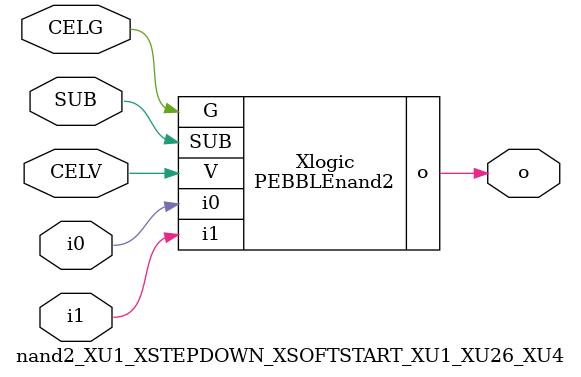
<source format=v>



module PEBBLEnand2 ( o, G, SUB, V, i0, i1 );

  input i0;
  input V;
  input i1;
  input G;
  output o;
  input SUB;
endmodule

//Celera Confidential Do Not Copy nand2_XU1_XSTEPDOWN_XSOFTSTART_XU1_XU26_XU4
//Celera Confidential Symbol Generator
//5V NAND2
module nand2_XU1_XSTEPDOWN_XSOFTSTART_XU1_XU26_XU4 (CELV,CELG,i0,i1,o,SUB);
input CELV;
input CELG;
input i0;
input i1;
input SUB;
output o;

//Celera Confidential Do Not Copy nand2
PEBBLEnand2 Xlogic(
.V (CELV),
.i0 (i0),
.i1 (i1),
.o (o),
.SUB (SUB),
.G (CELG)
);
//,diesize,PEBBLEnand2

//Celera Confidential Do Not Copy Module End
//Celera Schematic Generator
endmodule

</source>
